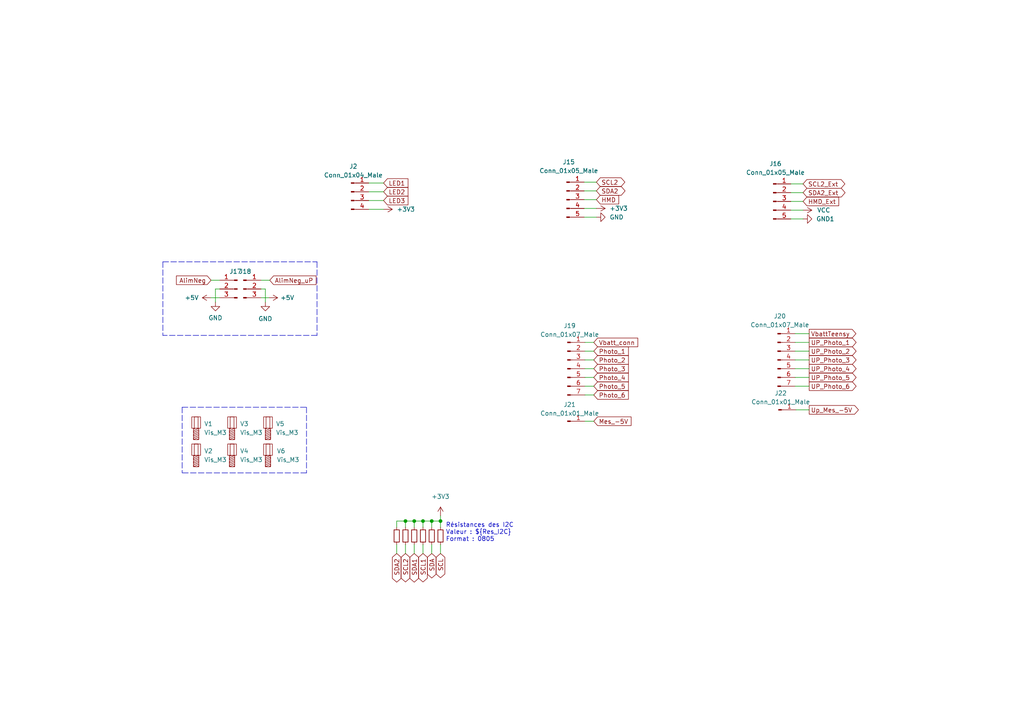
<source format=kicad_sch>
(kicad_sch (version 20211123) (generator eeschema)
  (paper "A4")
  (lib_symbols
    (symbol "Connector:Conn_01x01_Male" (pin_names (offset 1.016) hide)
      (property "Reference" "J" (at 0 2.54 0))
      (property "Value" "Conn_01x01_Male" (at 0 -2.54 0))
      (symbol "Conn_01x01_Male_1_1"
        (polyline (pts (xy 1.27 0) (xy 0.8636 0)) (stroke (width 0.1524)))
        (rectangle (start 0.8636 0.127) (end 0 -0.127) (stroke (width 0.1524)) (fill (type outline)))
        (pin passive line (at 5.08 0 180) (length 3.81) (name "Pin_1") (number "1"))
      )
    )
    (symbol "Connector:Conn_01x03_Male" (pin_names (offset 1.016) hide)
      (property "Reference" "J" (at 0 5.08 0))
      (property "Value" "Conn_01x03_Male" (at 0 -5.08 0))
      (symbol "Conn_01x03_Male_1_1"
        (polyline (pts (xy 1.27 -2.54) (xy 0.8636 -2.54)) (stroke (width 0.1524)))
        (polyline (pts (xy 1.27 0) (xy 0.8636 0)) (stroke (width 0.1524)))
        (polyline (pts (xy 1.27 2.54) (xy 0.8636 2.54)) (stroke (width 0.1524)))
        (rectangle (start 0.8636 -2.413) (end 0 -2.667) (stroke (width 0.1524)) (fill (type outline)))
        (rectangle (start 0.8636 0.127) (end 0 -0.127) (stroke (width 0.1524)) (fill (type outline)))
        (rectangle (start 0.8636 2.667) (end 0 2.413) (stroke (width 0.1524)) (fill (type outline)))
        (pin passive line (at 5.08 2.54 180) (length 3.81) (name "Pin_1") (number "1"))
        (pin passive line (at 5.08 0 180) (length 3.81) (name "Pin_2") (number "2"))
        (pin passive line (at 5.08 -2.54 180) (length 3.81) (name "Pin_3") (number "3"))
      )
    )
    (symbol "Connector:Conn_01x04_Male" (pin_names (offset 1.016) hide)
      (property "Reference" "J" (at 0 5.08 0))
      (property "Value" "Conn_01x04_Male" (at 0 -7.62 0))
      (symbol "Conn_01x04_Male_1_1"
        (polyline (pts (xy 1.27 -5.08) (xy 0.8636 -5.08)) (stroke (width 0.1524)))
        (polyline (pts (xy 1.27 -2.54) (xy 0.8636 -2.54)) (stroke (width 0.1524)))
        (polyline (pts (xy 1.27 0) (xy 0.8636 0)) (stroke (width 0.1524)))
        (polyline (pts (xy 1.27 2.54) (xy 0.8636 2.54)) (stroke (width 0.1524)))
        (rectangle (start 0.8636 -4.953) (end 0 -5.207) (stroke (width 0.1524)) (fill (type outline)))
        (rectangle (start 0.8636 -2.413) (end 0 -2.667) (stroke (width 0.1524)) (fill (type outline)))
        (rectangle (start 0.8636 0.127) (end 0 -0.127) (stroke (width 0.1524)) (fill (type outline)))
        (rectangle (start 0.8636 2.667) (end 0 2.413) (stroke (width 0.1524)) (fill (type outline)))
        (pin passive line (at 5.08 2.54 180) (length 3.81) (name "Pin_1") (number "1"))
        (pin passive line (at 5.08 0 180) (length 3.81) (name "Pin_2") (number "2"))
        (pin passive line (at 5.08 -2.54 180) (length 3.81) (name "Pin_3") (number "3"))
        (pin passive line (at 5.08 -5.08 180) (length 3.81) (name "Pin_4") (number "4"))
      )
    )
    (symbol "Connector:Conn_01x05_Male" (pin_names (offset 1.016) hide)
      (property "Reference" "J" (at 0 7.62 0))
      (property "Value" "Conn_01x05_Male" (at 0 -7.62 0))
      (symbol "Conn_01x05_Male_1_1"
        (polyline (pts (xy 1.27 -5.08) (xy 0.8636 -5.08)) (stroke (width 0.1524)))
        (polyline (pts (xy 1.27 -2.54) (xy 0.8636 -2.54)) (stroke (width 0.1524)))
        (polyline (pts (xy 1.27 0) (xy 0.8636 0)) (stroke (width 0.1524)))
        (polyline (pts (xy 1.27 2.54) (xy 0.8636 2.54)) (stroke (width 0.1524)))
        (polyline (pts (xy 1.27 5.08) (xy 0.8636 5.08)) (stroke (width 0.1524)))
        (rectangle (start 0.8636 -4.953) (end 0 -5.207) (stroke (width 0.1524)) (fill (type outline)))
        (rectangle (start 0.8636 -2.413) (end 0 -2.667) (stroke (width 0.1524)) (fill (type outline)))
        (rectangle (start 0.8636 0.127) (end 0 -0.127) (stroke (width 0.1524)) (fill (type outline)))
        (rectangle (start 0.8636 2.667) (end 0 2.413) (stroke (width 0.1524)) (fill (type outline)))
        (rectangle (start 0.8636 5.207) (end 0 4.953) (stroke (width 0.1524)) (fill (type outline)))
        (pin passive line (at 5.08 5.08 180) (length 3.81) (name "Pin_1") (number "1"))
        (pin passive line (at 5.08 2.54 180) (length 3.81) (name "Pin_2") (number "2"))
        (pin passive line (at 5.08 0 180) (length 3.81) (name "Pin_3") (number "3"))
        (pin passive line (at 5.08 -2.54 180) (length 3.81) (name "Pin_4") (number "4"))
        (pin passive line (at 5.08 -5.08 180) (length 3.81) (name "Pin_5") (number "5"))
      )
    )
    (symbol "Connector:Conn_01x07_Male" (pin_names (offset 1.016) hide)
      (property "Reference" "J" (at 0 10.16 0))
      (property "Value" "Conn_01x07_Male" (at 0 -10.16 0))
      (symbol "Conn_01x07_Male_1_1"
        (polyline (pts (xy 1.27 -7.62) (xy 0.8636 -7.62)) (stroke (width 0.1524)))
        (polyline (pts (xy 1.27 -5.08) (xy 0.8636 -5.08)) (stroke (width 0.1524)))
        (polyline (pts (xy 1.27 -2.54) (xy 0.8636 -2.54)) (stroke (width 0.1524)))
        (polyline (pts (xy 1.27 0) (xy 0.8636 0)) (stroke (width 0.1524)))
        (polyline (pts (xy 1.27 2.54) (xy 0.8636 2.54)) (stroke (width 0.1524)))
        (polyline (pts (xy 1.27 5.08) (xy 0.8636 5.08)) (stroke (width 0.1524)))
        (polyline (pts (xy 1.27 7.62) (xy 0.8636 7.62)) (stroke (width 0.1524)))
        (rectangle (start 0.8636 -7.493) (end 0 -7.747) (stroke (width 0.1524)) (fill (type outline)))
        (rectangle (start 0.8636 -4.953) (end 0 -5.207) (stroke (width 0.1524)) (fill (type outline)))
        (rectangle (start 0.8636 -2.413) (end 0 -2.667) (stroke (width 0.1524)) (fill (type outline)))
        (rectangle (start 0.8636 0.127) (end 0 -0.127) (stroke (width 0.1524)) (fill (type outline)))
        (rectangle (start 0.8636 2.667) (end 0 2.413) (stroke (width 0.1524)) (fill (type outline)))
        (rectangle (start 0.8636 5.207) (end 0 4.953) (stroke (width 0.1524)) (fill (type outline)))
        (rectangle (start 0.8636 7.747) (end 0 7.493) (stroke (width 0.1524)) (fill (type outline)))
        (pin passive line (at 5.08 7.62 180) (length 3.81) (name "Pin_1") (number "1"))
        (pin passive line (at 5.08 5.08 180) (length 3.81) (name "Pin_2") (number "2"))
        (pin passive line (at 5.08 2.54 180) (length 3.81) (name "Pin_3") (number "3"))
        (pin passive line (at 5.08 0 180) (length 3.81) (name "Pin_4") (number "4"))
        (pin passive line (at 5.08 -2.54 180) (length 3.81) (name "Pin_5") (number "5"))
        (pin passive line (at 5.08 -5.08 180) (length 3.81) (name "Pin_6") (number "6"))
        (pin passive line (at 5.08 -7.62 180) (length 3.81) (name "Pin_7") (number "7"))
      )
    )
    (symbol "Connector:Vis_M3"
      (property "Reference" "V" (at 0 6.096 0))
      (property "Value" "Vis_M3" (at 0 4.318 0))
      (symbol "Vis_M3_0_1"
        (rectangle (start -1.27 3.302) (end 1.27 0))
        (rectangle (start -0.762 0) (end 0.762 -3.302))
        (polyline (pts (xy -0.762 -0.254) (xy -0.254 0)))
        (polyline (pts (xy -0.5588 0) (xy -0.5588 3.302) (xy 0.5588 3.302) (xy 0.5588 0)))
        (polyline (pts (xy 0.762 0) (xy -0.762 -0.762) (xy -0.762 -1.27) (xy 0.762 -0.508) (xy 0.762 -1.016) (xy -0.762 -1.778) (xy -0.762 -2.286) (xy 0.762 -1.524) (xy 0.762 -2.032) (xy -0.762 -2.794) (xy -0.762 -3.302) (xy 0.762 -2.54) (xy 0.762 -3.048) (xy 0.254 -3.302)))
      )
      (symbol "Vis_M3_1_1"
        (pin no_connect line (at 4.7752 1.9304 90) (length 2.54) hide (name "NC") (number "1"))
      )
    )
    (symbol "Device:R_Small" (pin_numbers hide) (pin_names (offset 0.254) hide)
      (property "Reference" "R" (at 0.762 0.508 0))
      (property "Value" "R_Small" (at 0.762 -1.016 0))
      (symbol "R_Small_0_1"
        (rectangle (start -0.762 1.778) (end 0.762 -1.778) (stroke (width 0.2032)))
      )
      (symbol "R_Small_1_1"
        (pin passive line (at 0 2.54 270) (length 0.762) (name "~") (number "1"))
        (pin passive line (at 0 -2.54 90) (length 0.762) (name "~") (number "2"))
      )
    )
    (symbol "Vis_M3_1"
      (property "Reference" "V" (at 0 6.096 0))
      (property "Value" "Vis_M3_1" (at 0 4.318 0))
      (symbol "Vis_M3_1_0_1"
        (rectangle (start -1.27 3.302) (end 1.27 0))
        (rectangle (start -0.762 0) (end 0.762 -3.302))
        (polyline (pts (xy -0.762 -0.254) (xy -0.254 0)))
        (polyline (pts (xy -0.5588 0) (xy -0.5588 3.302) (xy 0.5588 3.302) (xy 0.5588 0)))
        (polyline (pts (xy 0.762 0) (xy -0.762 -0.762) (xy -0.762 -1.27) (xy 0.762 -0.508) (xy 0.762 -1.016) (xy -0.762 -1.778) (xy -0.762 -2.286) (xy 0.762 -1.524) (xy 0.762 -2.032) (xy -0.762 -2.794) (xy -0.762 -3.302) (xy 0.762 -2.54) (xy 0.762 -3.048) (xy 0.254 -3.302)))
      )
      (symbol "Vis_M3_1_1_1"
        (pin no_connect line (at 4.7752 1.9304 90) (length 2.54) hide (name "NC") (number "1"))
      )
    )
    (symbol "Vis_M3_2"
      (property "Reference" "V" (at 0 6.096 0))
      (property "Value" "Vis_M3_2" (at 0 4.318 0))
      (symbol "Vis_M3_2_0_1"
        (rectangle (start -1.27 3.302) (end 1.27 0))
        (rectangle (start -0.762 0) (end 0.762 -3.302))
        (polyline (pts (xy -0.762 -0.254) (xy -0.254 0)))
        (polyline (pts (xy -0.5588 0) (xy -0.5588 3.302) (xy 0.5588 3.302) (xy 0.5588 0)))
        (polyline (pts (xy 0.762 0) (xy -0.762 -0.762) (xy -0.762 -1.27) (xy 0.762 -0.508) (xy 0.762 -1.016) (xy -0.762 -1.778) (xy -0.762 -2.286) (xy 0.762 -1.524) (xy 0.762 -2.032) (xy -0.762 -2.794) (xy -0.762 -3.302) (xy 0.762 -2.54) (xy 0.762 -3.048) (xy 0.254 -3.302)))
      )
      (symbol "Vis_M3_2_1_1"
        (pin no_connect line (at 4.7752 1.9304 90) (length 2.54) hide (name "NC") (number "1"))
      )
    )
    (symbol "Vis_M3_3"
      (property "Reference" "V" (at 0 6.096 0))
      (property "Value" "Vis_M3_3" (at 0 4.318 0))
      (symbol "Vis_M3_3_0_1"
        (rectangle (start -1.27 3.302) (end 1.27 0))
        (rectangle (start -0.762 0) (end 0.762 -3.302))
        (polyline (pts (xy -0.762 -0.254) (xy -0.254 0)))
        (polyline (pts (xy -0.5588 0) (xy -0.5588 3.302) (xy 0.5588 3.302) (xy 0.5588 0)))
        (polyline (pts (xy 0.762 0) (xy -0.762 -0.762) (xy -0.762 -1.27) (xy 0.762 -0.508) (xy 0.762 -1.016) (xy -0.762 -1.778) (xy -0.762 -2.286) (xy 0.762 -1.524) (xy 0.762 -2.032) (xy -0.762 -2.794) (xy -0.762 -3.302) (xy 0.762 -2.54) (xy 0.762 -3.048) (xy 0.254 -3.302)))
      )
      (symbol "Vis_M3_3_1_1"
        (pin no_connect line (at 4.7752 1.9304 90) (length 2.54) hide (name "NC") (number "1"))
      )
    )
    (symbol "Vis_M3_4"
      (property "Reference" "V" (at 0 6.096 0))
      (property "Value" "Vis_M3_4" (at 0 4.318 0))
      (symbol "Vis_M3_4_0_1"
        (rectangle (start -1.27 3.302) (end 1.27 0))
        (rectangle (start -0.762 0) (end 0.762 -3.302))
        (polyline (pts (xy -0.762 -0.254) (xy -0.254 0)))
        (polyline (pts (xy -0.5588 0) (xy -0.5588 3.302) (xy 0.5588 3.302) (xy 0.5588 0)))
        (polyline (pts (xy 0.762 0) (xy -0.762 -0.762) (xy -0.762 -1.27) (xy 0.762 -0.508) (xy 0.762 -1.016) (xy -0.762 -1.778) (xy -0.762 -2.286) (xy 0.762 -1.524) (xy 0.762 -2.032) (xy -0.762 -2.794) (xy -0.762 -3.302) (xy 0.762 -2.54) (xy 0.762 -3.048) (xy 0.254 -3.302)))
      )
      (symbol "Vis_M3_4_1_1"
        (pin no_connect line (at 4.7752 1.9304 90) (length 2.54) hide (name "NC") (number "1"))
      )
    )
    (symbol "Vis_M3_5"
      (property "Reference" "V" (at 0 6.096 0))
      (property "Value" "Vis_M3_5" (at 0 4.318 0))
      (symbol "Vis_M3_5_0_1"
        (rectangle (start -1.27 3.302) (end 1.27 0))
        (rectangle (start -0.762 0) (end 0.762 -3.302))
        (polyline (pts (xy -0.762 -0.254) (xy -0.254 0)))
        (polyline (pts (xy -0.5588 0) (xy -0.5588 3.302) (xy 0.5588 3.302) (xy 0.5588 0)))
        (polyline (pts (xy 0.762 0) (xy -0.762 -0.762) (xy -0.762 -1.27) (xy 0.762 -0.508) (xy 0.762 -1.016) (xy -0.762 -1.778) (xy -0.762 -2.286) (xy 0.762 -1.524) (xy 0.762 -2.032) (xy -0.762 -2.794) (xy -0.762 -3.302) (xy 0.762 -2.54) (xy 0.762 -3.048) (xy 0.254 -3.302)))
      )
      (symbol "Vis_M3_5_1_1"
        (pin no_connect line (at 4.7752 1.9304 90) (length 2.54) hide (name "NC") (number "1"))
      )
    )
    (symbol "power:+3V3" (power) (pin_names (offset 0))
      (property "Value" "+3V3" (at 0 3.556 0))
      (symbol "+3V3_0_1"
        (polyline (pts (xy -0.762 1.27) (xy 0 2.54)))
        (polyline (pts (xy 0 0) (xy 0 2.54)))
        (polyline (pts (xy 0 2.54) (xy 0.762 1.27)))
      )
      (symbol "+3V3_1_1"
        (pin power_in line (at 0 0 90) (length 0) hide (name "+3V3") (number "1"))
      )
    )
    (symbol "power:+5V" (power) (pin_names (offset 0))
      (property "Value" "+5V" (at 0 3.556 0))
      (symbol "+5V_0_1"
        (polyline (pts (xy -0.762 1.27) (xy 0 2.54)))
        (polyline (pts (xy 0 0) (xy 0 2.54)))
        (polyline (pts (xy 0 2.54) (xy 0.762 1.27)))
      )
      (symbol "+5V_1_1"
        (pin power_in line (at 0 0 90) (length 0) hide (name "+5V") (number "1"))
      )
    )
    (symbol "power:GND" (power) (pin_names (offset 0))
      (property "Value" "GND" (at 0 -3.81 0))
      (symbol "GND_0_1"
        (polyline (pts (xy 0 0) (xy 0 -1.27) (xy 1.27 -1.27) (xy 0 -2.54) (xy -1.27 -1.27) (xy 0 -1.27)))
      )
      (symbol "GND_1_1"
        (pin power_in line (at 0 0 270) (length 0) hide (name "GND") (number "1"))
      )
    )
    (symbol "power:GND1" (power) (pin_names (offset 0))
      (property "Value" "GND1" (at 0 -3.81 0))
      (symbol "GND1_0_1"
        (polyline (pts (xy 0 0) (xy 0 -1.27) (xy 1.27 -1.27) (xy 0 -2.54) (xy -1.27 -1.27) (xy 0 -1.27)))
      )
      (symbol "GND1_1_1"
        (pin power_in line (at 0 0 270) (length 0) hide (name "GND1") (number "1"))
      )
    )
    (symbol "power:VCC" (power) (pin_names (offset 0))
      (property "Value" "VCC" (at 0 3.81 0))
      (symbol "VCC_0_1"
        (polyline (pts (xy -0.762 1.27) (xy 0 2.54)))
        (polyline (pts (xy 0 0) (xy 0 2.54)))
        (polyline (pts (xy 0 2.54) (xy 0.762 1.27)))
      )
      (symbol "VCC_1_1"
        (pin power_in line (at 0 0 90) (length 0) hide (name "VCC") (number "1"))
      )
    )
  )
  (junction (at 125.222 151.13))
  (junction (at 117.602 151.13))
  (junction (at 127.762 151.13))
  (junction (at 122.682 151.13))
  (junction (at 120.142 151.13))
  (wire (pts (xy 61.214 86.36) (xy 63.754 86.36)))
  (wire (pts (xy 127.762 157.988) (xy 127.762 160.528)))
  (polyline (pts (xy 52.832 118.11) (xy 52.832 137.16)))
  (polyline (pts (xy 52.832 118.11) (xy 88.9 118.11)))
  (wire (pts (xy 106.934 58.166) (xy 111.252 58.166)))
  (wire (pts (xy 169.418 57.912) (xy 172.974 57.912)))
  (wire (pts (xy 230.632 96.774) (xy 234.696 96.774)))
  (wire (pts (xy 127.762 149.606) (xy 127.762 151.13)))
  (wire (pts (xy 120.142 157.988) (xy 120.142 160.528)))
  (wire (pts (xy 122.682 157.988) (xy 122.682 160.528)))
  (wire (pts (xy 169.672 101.854) (xy 172.212 101.854)))
  (wire (pts (xy 229.362 53.34) (xy 232.918 53.34)))
  (wire (pts (xy 76.962 83.82) (xy 75.692 83.82)))
  (wire (pts (xy 169.672 104.394) (xy 172.212 104.394)))
  (wire (pts (xy 76.962 83.82) (xy 76.962 87.63)))
  (wire (pts (xy 169.418 52.832) (xy 172.974 52.832)))
  (wire (pts (xy 169.672 122.174) (xy 172.212 122.174)))
  (wire (pts (xy 169.418 55.372) (xy 172.974 55.372)))
  (wire (pts (xy 230.632 104.394) (xy 234.696 104.394)))
  (wire (pts (xy 120.142 151.13) (xy 122.682 151.13)))
  (polyline (pts (xy 88.9 137.16) (xy 52.832 137.16)))
  (wire (pts (xy 122.682 151.13) (xy 122.682 152.908)))
  (polyline (pts (xy 47.244 75.946) (xy 91.948 75.946)))
  (wire (pts (xy 169.672 106.934) (xy 172.212 106.934)))
  (wire (pts (xy 120.142 151.13) (xy 120.142 152.908)))
  (wire (pts (xy 117.602 151.13) (xy 120.142 151.13)))
  (wire (pts (xy 127.762 151.13) (xy 127.762 152.908)))
  (wire (pts (xy 229.362 55.88) (xy 232.918 55.88)))
  (wire (pts (xy 115.062 152.908) (xy 115.062 151.13)))
  (wire (pts (xy 230.632 99.314) (xy 234.696 99.314)))
  (wire (pts (xy 117.602 151.13) (xy 117.602 152.908)))
  (wire (pts (xy 169.418 60.452) (xy 172.974 60.452)))
  (polyline (pts (xy 47.244 75.946) (xy 47.244 97.282)))
  (wire (pts (xy 169.672 109.474) (xy 172.212 109.474)))
  (wire (pts (xy 230.632 112.014) (xy 234.696 112.014)))
  (wire (pts (xy 61.214 81.28) (xy 63.754 81.28)))
  (wire (pts (xy 229.362 58.42) (xy 232.918 58.42)))
  (wire (pts (xy 62.484 83.82) (xy 63.754 83.82)))
  (wire (pts (xy 115.062 157.988) (xy 115.062 160.528)))
  (wire (pts (xy 106.934 53.086) (xy 111.252 53.086)))
  (wire (pts (xy 75.692 81.28) (xy 78.232 81.28)))
  (wire (pts (xy 230.632 109.474) (xy 234.696 109.474)))
  (wire (pts (xy 125.222 151.13) (xy 127.762 151.13)))
  (wire (pts (xy 125.222 151.13) (xy 125.222 152.908)))
  (wire (pts (xy 169.672 114.554) (xy 172.212 114.554)))
  (wire (pts (xy 125.222 157.988) (xy 125.222 160.528)))
  (wire (pts (xy 229.362 60.96) (xy 232.918 60.96)))
  (wire (pts (xy 169.672 112.014) (xy 172.212 112.014)))
  (wire (pts (xy 106.934 60.706) (xy 111.252 60.706)))
  (wire (pts (xy 115.062 151.13) (xy 117.602 151.13)))
  (polyline (pts (xy 91.948 75.946) (xy 91.948 97.282)))
  (wire (pts (xy 75.692 86.36) (xy 77.978 86.36)))
  (polyline (pts (xy 91.948 97.282) (xy 47.244 97.282)))
  (wire (pts (xy 122.682 151.13) (xy 125.222 151.13)))
  (wire (pts (xy 117.602 157.988) (xy 117.602 160.528)))
  (polyline (pts (xy 88.9 118.11) (xy 88.9 137.16)))
  (wire (pts (xy 230.886 118.872) (xy 234.696 118.872)))
  (wire (pts (xy 230.632 101.854) (xy 234.696 101.854)))
  (wire (pts (xy 169.418 62.992) (xy 172.974 62.992)))
  (wire (pts (xy 229.362 63.5) (xy 232.918 63.5)))
  (wire (pts (xy 106.934 55.626) (xy 111.252 55.626)))
  (wire (pts (xy 169.672 99.314) (xy 172.212 99.314)))
  (wire (pts (xy 62.484 87.63) (xy 62.484 83.82)))
  (wire (pts (xy 230.632 106.934) (xy 234.696 106.934)))
  (text "Résistances des I2C\nValeur : ${Res_I2C}\nFormat : 0805" (at 129.286 157.226 0) (effects (font (size 1.27 1.27)) (justify left bottom)))
  (global_label "Photo_2" (shape input) (at 172.212 104.394 0) (property "Intersheet References" "${INTERSHEET_REFS}" (effects hide)))
  (global_label "AlimNeg" (shape input) (at 61.214 81.28 180) (property "Intersheet References" "${INTERSHEET_REFS}" (effects hide)))
  (global_label "Photo_4" (shape input) (at 172.212 109.474 0) (property "Intersheet References" "${INTERSHEET_REFS}" (effects hide)))
  (global_label "Up_Mes_-5V" (shape output) (at 234.696 118.872 0) (property "Intersheet References" "${INTERSHEET_REFS}" (effects hide)))
  (global_label "Photo_5" (shape input) (at 172.212 112.014 0) (property "Intersheet References" "${INTERSHEET_REFS}" (effects hide)))
  (global_label "LED3" (shape input) (at 111.252 58.166 0) (property "Intersheet References" "${INTERSHEET_REFS}" (effects hide)))
  (global_label "SDA2" (shape bidirectional) (at 172.974 55.372 0) (property "Intersheet References" "${INTERSHEET_REFS}" (effects hide)))
  (global_label "HMD_Ext" (shape input) (at 232.918 58.42 0) (property "Intersheet References" "${INTERSHEET_REFS}" (effects hide)))
  (global_label "Photo_1" (shape input) (at 172.212 101.854 0) (property "Intersheet References" "${INTERSHEET_REFS}" (effects hide)))
  (global_label "SDA1" (shape bidirectional) (at 120.142 160.528 270) (property "Intersheet References" "${INTERSHEET_REFS}" (effects hide)))
  (global_label "SCL" (shape bidirectional) (at 127.762 160.528 270) (property "Intersheet References" "${INTERSHEET_REFS}" (effects hide)))
  (global_label "Photo_6" (shape input) (at 172.212 114.554 0) (property "Intersheet References" "${INTERSHEET_REFS}" (effects hide)))
  (global_label "SCL2" (shape bidirectional) (at 117.602 160.528 270) (property "Intersheet References" "${INTERSHEET_REFS}" (effects hide)))
  (global_label "SDA" (shape bidirectional) (at 125.222 160.528 270) (property "Intersheet References" "${INTERSHEET_REFS}" (effects hide)))
  (global_label "UP_Photo_4" (shape output) (at 234.696 106.934 0) (property "Intersheet References" "${INTERSHEET_REFS}" (effects hide)))
  (global_label "UP_Photo_5" (shape output) (at 234.696 109.474 0) (property "Intersheet References" "${INTERSHEET_REFS}" (effects hide)))
  (global_label "Vbatt_conn" (shape input) (at 172.212 99.314 0) (property "Intersheet References" "${INTERSHEET_REFS}" (effects hide)))
  (global_label "AlimNeg_uP" (shape input) (at 78.232 81.28 0) (property "Intersheet References" "${INTERSHEET_REFS}" (effects hide)))
  (global_label "LED1" (shape input) (at 111.252 53.086 0) (property "Intersheet References" "${INTERSHEET_REFS}" (effects hide)))
  (global_label "SCL2" (shape bidirectional) (at 172.974 52.832 0) (property "Intersheet References" "${INTERSHEET_REFS}" (effects hide)))
  (global_label "Mes_-5V" (shape input) (at 172.212 122.174 0) (property "Intersheet References" "${INTERSHEET_REFS}" (effects hide)))
  (global_label "UP_Photo_2" (shape output) (at 234.696 101.854 0) (property "Intersheet References" "${INTERSHEET_REFS}" (effects hide)))
  (global_label "SCL2_Ext" (shape bidirectional) (at 232.918 53.34 0) (property "Intersheet References" "${INTERSHEET_REFS}" (effects hide)))
  (global_label "UP_Photo_6" (shape output) (at 234.696 112.014 0) (property "Intersheet References" "${INTERSHEET_REFS}" (effects hide)))
  (global_label "Photo_3" (shape input) (at 172.212 106.934 0) (property "Intersheet References" "${INTERSHEET_REFS}" (effects hide)))
  (global_label "VbattTeensy" (shape output) (at 234.696 96.774 0) (property "Intersheet References" "${INTERSHEET_REFS}" (effects hide)))
  (global_label "SDA2_Ext" (shape bidirectional) (at 232.918 55.88 0) (property "Intersheet References" "${INTERSHEET_REFS}" (effects hide)))
  (global_label "LED2" (shape input) (at 111.252 55.626 0) (property "Intersheet References" "${INTERSHEET_REFS}" (effects hide)))
  (global_label "UP_Photo_3" (shape output) (at 234.696 104.394 0) (property "Intersheet References" "${INTERSHEET_REFS}" (effects hide)))
  (global_label "SCL1" (shape bidirectional) (at 122.682 160.528 270) (property "Intersheet References" "${INTERSHEET_REFS}" (effects hide)))
  (global_label "SDA2" (shape bidirectional) (at 115.062 160.528 270) (property "Intersheet References" "${INTERSHEET_REFS}" (effects hide)))
  (global_label "HMD" (shape input) (at 172.974 57.912 0) (property "Intersheet References" "${INTERSHEET_REFS}" (effects hide)))
  (global_label "UP_Photo_1" (shape output) (at 234.696 99.314 0) (property "Intersheet References" "${INTERSHEET_REFS}" (effects hide)))
  (symbol (lib_id "Device:R_Small") (at 120.142 155.448 0) (unit 1)
    (property "Reference" "R4" (effects hide))
    (property "Value" "${Res_I2C}" (effects hide))
    (property "Footprint" "Resistor_SMD:R_0805_2012Metric_Pad1.20x1.40mm_HandSolder" (effects hide))
  )
  (symbol (lib_id "power:GND") (at 62.484 87.63 0) (unit 1)
    (property "Reference" "#PWR011" (effects hide))
    (property "Value" "GND" (at 62.484 92.202 0))
  )
  (symbol (lib_id "Device:R_Small") (at 122.682 155.448 0) (unit 1)
    (property "Reference" "R5" (effects hide))
    (property "Value" "${Res_I2C}" (effects hide))
    (property "Footprint" "Resistor_SMD:R_0805_2012Metric_Pad1.20x1.40mm_HandSolder" (effects hide))
  )
  (symbol (lib_id "power:+5V") (at 77.978 86.36 270) (unit 1)
    (property "Reference" "#PWR07" (effects hide))
    (property "Value" "+5V" (at 81.28 86.3599 90) (effects (justify left)))
  )
  (symbol (lib_id "Device:R_Small") (at 117.602 155.448 0) (unit 1)
    (property "Reference" "R2" (effects hide))
    (property "Value" "${Res_I2C}" (effects hide))
    (property "Footprint" "Resistor_SMD:R_0805_2012Metric_Pad1.20x1.40mm_HandSolder" (effects hide))
  )
  (symbol (lib_id "power:VCC") (at 232.918 60.96 270) (unit 1)
    (property "Reference" "#PWR0165" (effects hide))
    (property "Value" "VCC" (at 236.982 60.9599 90) (effects (justify left)))
  )
  (symbol (lib_id "Connector:Conn_01x01_Male") (at 225.806 118.872 0) (unit 1)
    (property "Reference" "J22" (at 226.441 114.046 0))
    (property "Value" "Conn_01x01_Male" (at 226.441 116.586 0))
    (property "Footprint" "Connector_PinHeader_2.54mm:PinHeader_1x01_P2.54mm_Vertical" (effects hide))
  )
  (symbol (lib_id "Connector:Conn_01x01_Male") (at 164.592 122.174 0) (unit 1)
    (property "Reference" "J21" (at 165.227 117.348 0))
    (property "Value" "Conn_01x01_Male" (at 165.227 119.888 0))
    (property "Footprint" "Connector_PinHeader_2.54mm:PinHeader_1x01_P2.54mm_Vertical" (effects hide))
  )
  (symbol (lib_id "Connector:Conn_01x07_Male") (at 164.592 106.934 0) (unit 1)
    (property "Reference" "J19" (at 165.227 94.488 0))
    (property "Value" "Conn_01x07_Male" (at 165.227 97.028 0))
    (property "Footprint" "Connector_PinHeader_2.54mm:PinHeader_1x07_P2.54mm_Vertical" (effects hide))
  )
  (symbol (lib_id "power:+3V3") (at 111.252 60.706 270) (unit 1)
    (property "Reference" "#PWR013" (effects hide))
    (property "Value" "+3V3" (at 115.062 60.7059 90) (effects (justify left)))
  )
  (symbol (lib_id "Connector:Conn_01x03_Male") (at 70.612 83.82 0) (unit 1)
    (property "Reference" "J18" (at 71.12 78.74 0))
    (property "Value" "Conn_01x03_Male" (effects hide))
    (property "Footprint" "Connector_PinHeader_2.54mm:PinHeader_1x03_P2.54mm_Vertical" (effects hide))
  )
  (symbol (lib_name "Vis_M3_1") (lib_id "Connector:Vis_M3") (at 67.31 124.206 0) (unit 1)
    (property "Reference" "V3" (at 69.596 122.9359 0) (effects (justify left)))
    (property "Value" "Vis_M3" (at 69.596 125.4759 0) (effects (justify left)))
    (property "Footprint" "CanSat:Vis_M3" (effects hide))
  )
  (symbol (lib_id "Device:R_Small") (at 115.062 155.448 0) (unit 1)
    (property "Reference" "R1" (effects hide))
    (property "Value" "${Res_I2C}" (effects hide))
    (property "Footprint" "Resistor_SMD:R_0805_2012Metric_Pad1.20x1.40mm_HandSolder" (effects hide))
  )
  (symbol (lib_id "Connector:Conn_01x05_Male") (at 224.282 58.42 0) (unit 1)
    (property "Reference" "J16" (at 224.917 47.498 0))
    (property "Value" "Conn_01x05_Male" (at 224.917 50.038 0))
    (property "Footprint" "Connector_PinHeader_2.54mm:PinHeader_1x05_P2.54mm_Vertical" (effects hide))
  )
  (symbol (lib_id "Connector:Conn_01x04_Male") (at 101.854 55.626 0) (unit 1)
    (property "Reference" "J2" (at 102.489 48.26 0))
    (property "Value" "Conn_01x04_Male" (at 102.489 50.8 0))
    (property "Footprint" "Connector_PinHeader_2.54mm:PinHeader_1x04_P2.54mm_Vertical" (effects hide))
  )
  (symbol (lib_id "Connector:Vis_M3") (at 77.724 132.08 0) (unit 1)
    (property "Reference" "V6" (at 80.264 130.81 0) (effects (justify left)))
    (property "Value" "Vis_M3" (at 80.264 133.35 0) (effects (justify left)))
    (property "Footprint" "CanSat:Vis_M3" (effects hide))
  )
  (symbol (lib_id "Connector:Conn_01x07_Male") (at 225.552 104.394 0) (unit 1)
    (property "Reference" "J20" (at 226.187 91.694 0))
    (property "Value" "Conn_01x07_Male" (at 226.187 94.234 0))
    (property "Footprint" "Connector_PinHeader_2.54mm:PinHeader_1x07_P2.54mm_Vertical" (effects hide))
  )
  (symbol (lib_name "Vis_M3_4") (lib_id "Connector:Vis_M3") (at 56.896 124.206 0) (unit 1)
    (property "Reference" "V1" (at 59.182 122.9359 0) (effects (justify left)))
    (property "Value" "Vis_M3" (at 59.182 125.4759 0) (effects (justify left)))
    (property "Footprint" "CanSat:Vis_M3" (effects hide))
  )
  (symbol (lib_id "Connector:Conn_01x05_Male") (at 164.338 57.912 0) (unit 1)
    (property "Reference" "J15" (at 164.973 46.99 0))
    (property "Value" "Conn_01x05_Male" (at 164.973 49.53 0))
    (property "Footprint" "Connector_PinHeader_2.54mm:PinHeader_1x05_P2.54mm_Vertical" (effects hide))
  )
  (symbol (lib_id "power:GND") (at 172.974 62.992 90) (unit 1)
    (property "Reference" "#PWR010" (effects hide))
    (property "Value" "GND" (at 176.784 62.9919 90) (effects (justify right)))
  )
  (symbol (lib_id "power:GND") (at 76.962 87.63 0) (unit 1)
    (property "Reference" "#PWR012" (effects hide))
    (property "Value" "GND" (at 76.962 92.456 0))
  )
  (symbol (lib_name "Vis_M3_5") (lib_id "Connector:Vis_M3") (at 77.724 124.206 0) (unit 1)
    (property "Reference" "V5" (at 80.01 122.9359 0) (effects (justify left)))
    (property "Value" "Vis_M3" (at 80.01 125.4759 0) (effects (justify left)))
    (property "Footprint" "CanSat:Vis_M3" (effects hide))
  )
  (symbol (lib_id "Device:R_Small") (at 127.762 155.448 0) (unit 1)
    (property "Reference" "R9" (effects hide))
    (property "Value" "${Res_I2C}" (effects hide))
    (property "Footprint" "Resistor_SMD:R_0805_2012Metric_Pad1.20x1.40mm_HandSolder" (effects hide))
  )
  (symbol (lib_id "Device:R_Small") (at 125.222 155.448 0) (unit 1)
    (property "Reference" "R8" (effects hide))
    (property "Value" "${Res_I2C}" (effects hide))
    (property "Footprint" "Resistor_SMD:R_0805_2012Metric_Pad1.20x1.40mm_HandSolder" (effects hide))
  )
  (symbol (lib_id "power:+5V") (at 61.214 86.36 90) (unit 1)
    (property "Reference" "#PWR02" (effects hide))
    (property "Value" "+5V" (at 57.658 86.3599 90) (effects (justify left)))
  )
  (symbol (lib_id "power:+3V3") (at 127.762 149.606 0) (unit 1)
    (property "Reference" "#PWR0114" (effects hide))
    (property "Value" "+3V3" (at 127.762 144.018 0))
  )
  (symbol (lib_id "power:+3V3") (at 172.974 60.452 270) (unit 1)
    (property "Reference" "#PWR09" (effects hide))
    (property "Value" "+3V3" (at 176.784 60.4519 90) (effects (justify left)))
  )
  (symbol (lib_name "Vis_M3_2") (lib_id "Connector:Vis_M3") (at 67.31 132.08 0) (unit 1)
    (property "Reference" "V4" (at 69.596 130.8099 0) (effects (justify left)))
    (property "Value" "Vis_M3" (at 69.596 133.3499 0) (effects (justify left)))
    (property "Footprint" "CanSat:Vis_M3" (effects hide))
  )
  (symbol (lib_name "Vis_M3_3") (lib_id "Connector:Vis_M3") (at 56.896 132.08 0) (unit 1)
    (property "Reference" "V2" (at 59.182 130.8099 0) (effects (justify left)))
    (property "Value" "Vis_M3" (at 59.182 133.3499 0) (effects (justify left)))
    (property "Footprint" "CanSat:Vis_M3" (effects hide))
  )
  (symbol (lib_id "Connector:Conn_01x03_Male") (at 68.834 83.82 0) (mirror y) (unit 1)
    (property "Reference" "J17" (at 68.326 78.74 0))
    (property "Value" "Conn_01x03_Male" (effects hide))
    (property "Footprint" "Connector_PinHeader_2.54mm:PinHeader_1x03_P2.54mm_Vertical" (effects hide))
  )
  (symbol (lib_id "power:GND1") (at 232.918 63.5 90) (unit 1)
    (property "Reference" "#PWR0164" (effects hide))
    (property "Value" "GND1" (at 236.728 63.4999 90) (effects (justify right)))
  )
)
</source>
